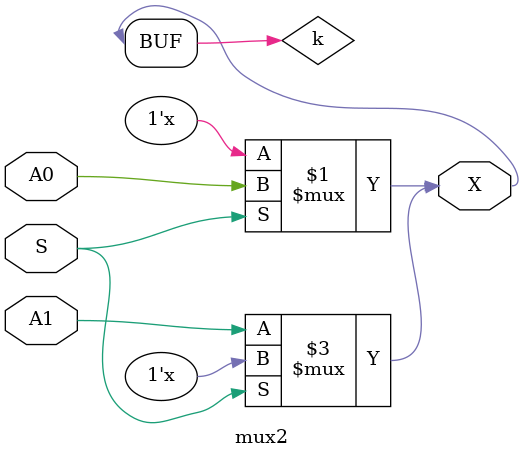
<source format=v>
module mux(
    input A0,
    input A1,
    input S,
    output X0,
    output X1,
    output X2
);
    sky130_fd_sc_hd__ebufn_2 a0 (
        .A(A0),
        .TE_B(~S),
        .Z(X0)
    );
    
    sky130_fd_sc_hd__ebufn_2 a1 (
        .A(A1),
        .TE_B(S),
        .Z(X0)
    );

    (* keep *)
    mux2 mux (
        .A0(A0),
        .A1(A1),
        .S(S),
        .X(X1)
    );
endmodule

module mux2(input A0, A1, S, output X);
    wire k;
    assign k = S ? A0 : 1'bz;
    assign k = ~S ? A1 : 1'bz;
    assign X = k;
endmodule

</source>
